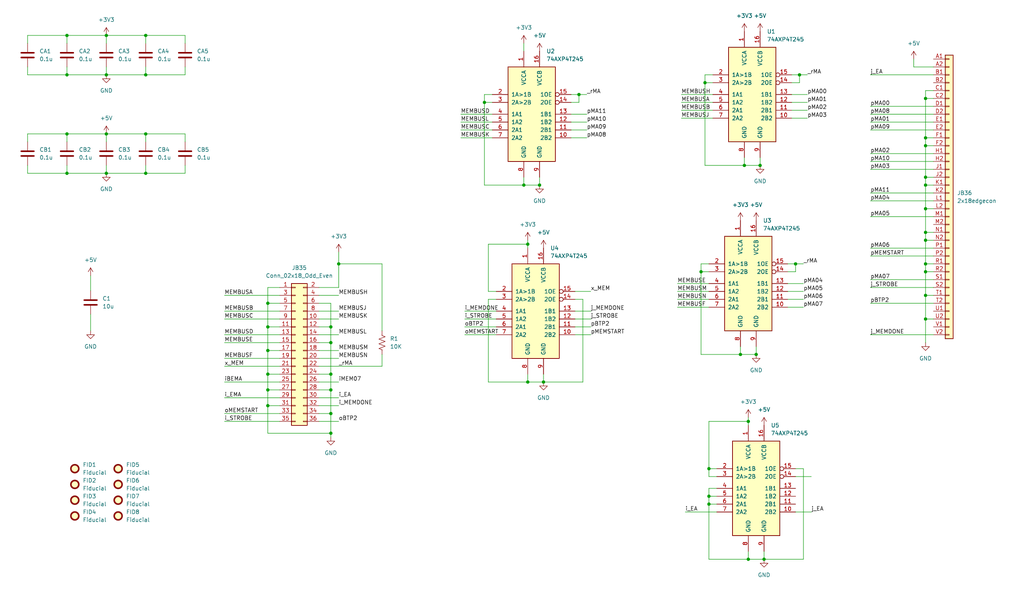
<source format=kicad_sch>
(kicad_sch (version 20230121) (generator eeschema)
  (paper "User" 330.2 190.5)
  (lib_symbols
    (symbol "+5V_1" (power) (pin_names (offset 0))
      (property "Value" "+5V_1" (at 0 3.556 0))
      (symbol "+5V_1_0_1"
        (polyline (pts (xy -0.762 1.27) (xy 0 2.54)))
        (polyline (pts (xy 0 0) (xy 0 2.54)))
        (polyline (pts (xy 0 2.54) (xy 0.762 1.27)))
      )
      (symbol "+5V_1_1_1"
        (pin power_in line (at 0 0 90) (length 0) hide (name "+5V") (number "1"))
      )
    )
    (symbol "+5V_2" (power) (pin_names (offset 0))
      (property "Value" "+5V_2" (at 0 3.556 0))
      (symbol "+5V_2_0_1"
        (polyline (pts (xy -0.762 1.27) (xy 0 2.54)))
        (polyline (pts (xy 0 0) (xy 0 2.54)))
        (polyline (pts (xy 0 2.54) (xy 0.762 1.27)))
      )
      (symbol "+5V_2_1_1"
        (pin power_in line (at 0 0 90) (length 0) hide (name "+5V") (number "1"))
      )
    )
    (symbol "+5V_3" (power) (pin_names (offset 0))
      (property "Value" "+5V_3" (at 0 3.556 0))
      (symbol "+5V_3_0_1"
        (polyline (pts (xy -0.762 1.27) (xy 0 2.54)))
        (polyline (pts (xy 0 0) (xy 0 2.54)))
        (polyline (pts (xy 0 2.54) (xy 0.762 1.27)))
      )
      (symbol "+5V_3_1_1"
        (pin power_in line (at 0 0 90) (length 0) hide (name "+5V") (number "1"))
      )
    )
    (symbol "Connector_Generic:Conn_02x18_Odd_Even" (pin_names (offset 1.016) hide)
      (property "Reference" "J" (at 1.27 22.86 0))
      (property "Value" "Conn_02x18_Odd_Even" (at 1.27 -25.4 0))
      (symbol "Conn_02x18_Odd_Even_1_1"
        (rectangle (start -1.27 -22.733) (end 0 -22.987) (stroke (width 0.1524)))
        (rectangle (start -1.27 -20.193) (end 0 -20.447) (stroke (width 0.1524)))
        (rectangle (start -1.27 -17.653) (end 0 -17.907) (stroke (width 0.1524)))
        (rectangle (start -1.27 -15.113) (end 0 -15.367) (stroke (width 0.1524)))
        (rectangle (start -1.27 -12.573) (end 0 -12.827) (stroke (width 0.1524)))
        (rectangle (start -1.27 -10.033) (end 0 -10.287) (stroke (width 0.1524)))
        (rectangle (start -1.27 -7.493) (end 0 -7.747) (stroke (width 0.1524)))
        (rectangle (start -1.27 -4.953) (end 0 -5.207) (stroke (width 0.1524)))
        (rectangle (start -1.27 -2.413) (end 0 -2.667) (stroke (width 0.1524)))
        (rectangle (start -1.27 0.127) (end 0 -0.127) (stroke (width 0.1524)))
        (rectangle (start -1.27 2.667) (end 0 2.413) (stroke (width 0.1524)))
        (rectangle (start -1.27 5.207) (end 0 4.953) (stroke (width 0.1524)))
        (rectangle (start -1.27 7.747) (end 0 7.493) (stroke (width 0.1524)))
        (rectangle (start -1.27 10.287) (end 0 10.033) (stroke (width 0.1524)))
        (rectangle (start -1.27 12.827) (end 0 12.573) (stroke (width 0.1524)))
        (rectangle (start -1.27 15.367) (end 0 15.113) (stroke (width 0.1524)))
        (rectangle (start -1.27 17.907) (end 0 17.653) (stroke (width 0.1524)))
        (rectangle (start -1.27 20.447) (end 0 20.193) (stroke (width 0.1524)))
        (rectangle (start -1.27 21.59) (end 3.81 -24.13) (stroke (width 0.254)) (fill (type background)))
        (rectangle (start 3.81 -22.733) (end 2.54 -22.987) (stroke (width 0.1524)))
        (rectangle (start 3.81 -20.193) (end 2.54 -20.447) (stroke (width 0.1524)))
        (rectangle (start 3.81 -17.653) (end 2.54 -17.907) (stroke (width 0.1524)))
        (rectangle (start 3.81 -15.113) (end 2.54 -15.367) (stroke (width 0.1524)))
        (rectangle (start 3.81 -12.573) (end 2.54 -12.827) (stroke (width 0.1524)))
        (rectangle (start 3.81 -10.033) (end 2.54 -10.287) (stroke (width 0.1524)))
        (rectangle (start 3.81 -7.493) (end 2.54 -7.747) (stroke (width 0.1524)))
        (rectangle (start 3.81 -4.953) (end 2.54 -5.207) (stroke (width 0.1524)))
        (rectangle (start 3.81 -2.413) (end 2.54 -2.667) (stroke (width 0.1524)))
        (rectangle (start 3.81 0.127) (end 2.54 -0.127) (stroke (width 0.1524)))
        (rectangle (start 3.81 2.667) (end 2.54 2.413) (stroke (width 0.1524)))
        (rectangle (start 3.81 5.207) (end 2.54 4.953) (stroke (width 0.1524)))
        (rectangle (start 3.81 7.747) (end 2.54 7.493) (stroke (width 0.1524)))
        (rectangle (start 3.81 10.287) (end 2.54 10.033) (stroke (width 0.1524)))
        (rectangle (start 3.81 12.827) (end 2.54 12.573) (stroke (width 0.1524)))
        (rectangle (start 3.81 15.367) (end 2.54 15.113) (stroke (width 0.1524)))
        (rectangle (start 3.81 17.907) (end 2.54 17.653) (stroke (width 0.1524)))
        (rectangle (start 3.81 20.447) (end 2.54 20.193) (stroke (width 0.1524)))
        (pin passive line (at -5.08 20.32 0) (length 3.81) (name "Pin_1") (number "1"))
        (pin passive line (at 7.62 10.16 180) (length 3.81) (name "Pin_10") (number "10"))
        (pin passive line (at -5.08 7.62 0) (length 3.81) (name "Pin_11") (number "11"))
        (pin passive line (at 7.62 7.62 180) (length 3.81) (name "Pin_12") (number "12"))
        (pin passive line (at -5.08 5.08 0) (length 3.81) (name "Pin_13") (number "13"))
        (pin passive line (at 7.62 5.08 180) (length 3.81) (name "Pin_14") (number "14"))
        (pin passive line (at -5.08 2.54 0) (length 3.81) (name "Pin_15") (number "15"))
        (pin passive line (at 7.62 2.54 180) (length 3.81) (name "Pin_16") (number "16"))
        (pin passive line (at -5.08 0 0) (length 3.81) (name "Pin_17") (number "17"))
        (pin passive line (at 7.62 0 180) (length 3.81) (name "Pin_18") (number "18"))
        (pin passive line (at -5.08 -2.54 0) (length 3.81) (name "Pin_19") (number "19"))
        (pin passive line (at 7.62 20.32 180) (length 3.81) (name "Pin_2") (number "2"))
        (pin passive line (at 7.62 -2.54 180) (length 3.81) (name "Pin_20") (number "20"))
        (pin passive line (at -5.08 -5.08 0) (length 3.81) (name "Pin_21") (number "21"))
        (pin passive line (at 7.62 -5.08 180) (length 3.81) (name "Pin_22") (number "22"))
        (pin passive line (at -5.08 -7.62 0) (length 3.81) (name "Pin_23") (number "23"))
        (pin passive line (at 7.62 -7.62 180) (length 3.81) (name "Pin_24") (number "24"))
        (pin passive line (at -5.08 -10.16 0) (length 3.81) (name "Pin_25") (number "25"))
        (pin passive line (at 7.62 -10.16 180) (length 3.81) (name "Pin_26") (number "26"))
        (pin passive line (at -5.08 -12.7 0) (length 3.81) (name "Pin_27") (number "27"))
        (pin passive line (at 7.62 -12.7 180) (length 3.81) (name "Pin_28") (number "28"))
        (pin passive line (at -5.08 -15.24 0) (length 3.81) (name "Pin_29") (number "29"))
        (pin passive line (at -5.08 17.78 0) (length 3.81) (name "Pin_3") (number "3"))
        (pin passive line (at 7.62 -15.24 180) (length 3.81) (name "Pin_30") (number "30"))
        (pin passive line (at -5.08 -17.78 0) (length 3.81) (name "Pin_31") (number "31"))
        (pin passive line (at 7.62 -17.78 180) (length 3.81) (name "Pin_32") (number "32"))
        (pin passive line (at -5.08 -20.32 0) (length 3.81) (name "Pin_33") (number "33"))
        (pin passive line (at 7.62 -20.32 180) (length 3.81) (name "Pin_34") (number "34"))
        (pin passive line (at -5.08 -22.86 0) (length 3.81) (name "Pin_35") (number "35"))
        (pin passive line (at 7.62 -22.86 180) (length 3.81) (name "Pin_36") (number "36"))
        (pin passive line (at 7.62 17.78 180) (length 3.81) (name "Pin_4") (number "4"))
        (pin passive line (at -5.08 15.24 0) (length 3.81) (name "Pin_5") (number "5"))
        (pin passive line (at 7.62 15.24 180) (length 3.81) (name "Pin_6") (number "6"))
        (pin passive line (at -5.08 12.7 0) (length 3.81) (name "Pin_7") (number "7"))
        (pin passive line (at 7.62 12.7 180) (length 3.81) (name "Pin_8") (number "8"))
        (pin passive line (at -5.08 10.16 0) (length 3.81) (name "Pin_9") (number "9"))
      )
    )
    (symbol "Device:C" (pin_numbers hide) (pin_names (offset 0.254))
      (property "Reference" "C" (at 0.635 2.54 0))
      (property "Value" "C" (at 0.635 -2.54 0))
      (symbol "C_0_1"
        (polyline (pts (xy -2.032 -0.762) (xy 2.032 -0.762)) (stroke (width 0.508)))
        (polyline (pts (xy -2.032 0.762) (xy 2.032 0.762)) (stroke (width 0.508)))
      )
      (symbol "C_1_1"
        (pin passive line (at 0 3.81 270) (length 2.794) (name "~") (number "1"))
        (pin passive line (at 0 -3.81 90) (length 2.794) (name "~") (number "2"))
      )
    )
    (symbol "Device:R_US" (pin_numbers hide) (pin_names (offset 0))
      (property "Reference" "R" (at 2.54 0 90))
      (property "Value" "R_US" (at -2.54 0 90))
      (symbol "R_US_0_1"
        (polyline (pts (xy 0 -2.286) (xy 0 -2.54)))
        (polyline (pts (xy 0 2.286) (xy 0 2.54)))
        (polyline (pts (xy 0 -0.762) (xy 1.016 -1.143) (xy 0 -1.524) (xy -1.016 -1.905) (xy 0 -2.286)))
        (polyline (pts (xy 0 0.762) (xy 1.016 0.381) (xy 0 0) (xy -1.016 -0.381) (xy 0 -0.762)))
        (polyline (pts (xy 0 2.286) (xy 1.016 1.905) (xy 0 1.524) (xy -1.016 1.143) (xy 0 0.762)))
      )
      (symbol "R_US_1_1"
        (pin passive line (at 0 3.81 270) (length 1.27) (name "~") (number "1"))
        (pin passive line (at 0 -3.81 90) (length 1.27) (name "~") (number "2"))
      )
    )
    (symbol "GND_1" (power) (pin_names (offset 0))
      (property "Value" "GND_1" (at 0 -3.81 0))
      (symbol "GND_1_0_1"
        (polyline (pts (xy 0 0) (xy 0 -1.27) (xy 1.27 -1.27) (xy 0 -2.54) (xy -1.27 -1.27) (xy 0 -1.27)))
      )
      (symbol "GND_1_1_1"
        (pin power_in line (at 0 0 270) (length 0) hide (name "GND") (number "1"))
      )
    )
    (symbol "Mechanical:Fiducial"
      (property "Reference" "FID" (at 0 5.08 0))
      (property "Value" "Fiducial" (at 0 3.175 0))
      (symbol "Fiducial_0_1"
        (circle (center 0 0) (radius 1.27) (stroke (width 0.508)) (fill (type background)))
      )
    )
    (symbol "mylibrary:2x18edgecon" (pin_names (offset 1.016) hide)
      (property "Reference" "J" (at 0 45.72 0))
      (property "Value" "2x18edgecon" (at 0 -48.26 0))
      (symbol "2x18edgecon_1_1"
        (rectangle (start -1.27 -45.593) (end 0 -45.847) (stroke (width 0.1524)))
        (rectangle (start -1.27 -43.053) (end 0 -43.307) (stroke (width 0.1524)))
        (rectangle (start -1.27 -40.513) (end 0 -40.767) (stroke (width 0.1524)))
        (rectangle (start -1.27 -37.973) (end 0 -38.227) (stroke (width 0.1524)))
        (rectangle (start -1.27 -35.433) (end 0 -35.687) (stroke (width 0.1524)))
        (rectangle (start -1.27 -32.893) (end 0 -33.147) (stroke (width 0.1524)))
        (rectangle (start -1.27 -30.353) (end 0 -30.607) (stroke (width 0.1524)))
        (rectangle (start -1.27 -27.813) (end 0 -28.067) (stroke (width 0.1524)))
        (rectangle (start -1.27 -25.273) (end 0 -25.527) (stroke (width 0.1524)))
        (rectangle (start -1.27 -22.733) (end 0 -22.987) (stroke (width 0.1524)))
        (rectangle (start -1.27 -20.193) (end 0 -20.447) (stroke (width 0.1524)))
        (rectangle (start -1.27 -17.653) (end 0 -17.907) (stroke (width 0.1524)))
        (rectangle (start -1.27 -15.113) (end 0 -15.367) (stroke (width 0.1524)))
        (rectangle (start -1.27 -12.573) (end 0 -12.827) (stroke (width 0.1524)))
        (rectangle (start -1.27 -10.033) (end 0 -10.287) (stroke (width 0.1524)))
        (rectangle (start -1.27 -7.493) (end 0 -7.747) (stroke (width 0.1524)))
        (rectangle (start -1.27 -4.953) (end 0 -5.207) (stroke (width 0.1524)))
        (rectangle (start -1.27 -2.413) (end 0 -2.667) (stroke (width 0.1524)))
        (rectangle (start -1.27 0.127) (end 0 -0.127) (stroke (width 0.1524)))
        (rectangle (start -1.27 2.667) (end 0 2.413) (stroke (width 0.1524)))
        (rectangle (start -1.27 5.207) (end 0 4.953) (stroke (width 0.1524)))
        (rectangle (start -1.27 7.747) (end 0 7.493) (stroke (width 0.1524)))
        (rectangle (start -1.27 10.287) (end 0 10.033) (stroke (width 0.1524)))
        (rectangle (start -1.27 12.827) (end 0 12.573) (stroke (width 0.1524)))
        (rectangle (start -1.27 15.367) (end 0 15.113) (stroke (width 0.1524)))
        (rectangle (start -1.27 17.907) (end 0 17.653) (stroke (width 0.1524)))
        (rectangle (start -1.27 20.447) (end 0 20.193) (stroke (width 0.1524)))
        (rectangle (start -1.27 22.987) (end 0 22.733) (stroke (width 0.1524)))
        (rectangle (start -1.27 25.527) (end 0 25.273) (stroke (width 0.1524)))
        (rectangle (start -1.27 28.067) (end 0 27.813) (stroke (width 0.1524)))
        (rectangle (start -1.27 30.607) (end 0 30.353) (stroke (width 0.1524)))
        (rectangle (start -1.27 33.147) (end 0 32.893) (stroke (width 0.1524)))
        (rectangle (start -1.27 35.687) (end 0 35.433) (stroke (width 0.1524)))
        (rectangle (start -1.27 38.227) (end 0 37.973) (stroke (width 0.1524)))
        (rectangle (start -1.27 40.767) (end 0 40.513) (stroke (width 0.1524)))
        (rectangle (start -1.27 43.307) (end 0 43.053) (stroke (width 0.1524)))
        (rectangle (start -1.27 44.45) (end 1.27 -46.99) (stroke (width 0.254)) (fill (type background)))
        (pin passive line (at -5.08 43.18 0) (length 3.81) (name "A1") (number "A1"))
        (pin passive line (at -5.08 40.64 0) (length 3.81) (name "A2") (number "A2"))
        (pin passive line (at -5.08 38.1 0) (length 3.81) (name "B1") (number "B1"))
        (pin passive line (at -5.08 35.56 0) (length 3.81) (name "B2") (number "B2"))
        (pin passive line (at -5.08 33.02 0) (length 3.81) (name "C1") (number "C1"))
        (pin passive line (at -5.08 30.48 0) (length 3.81) (name "C2") (number "C2"))
        (pin passive line (at -5.08 27.94 0) (length 3.81) (name "D1") (number "D1"))
        (pin passive line (at -5.08 25.4 0) (length 3.81) (name "D2") (number "D2"))
        (pin passive line (at -5.08 22.86 0) (length 3.81) (name "E1") (number "E1"))
        (pin passive line (at -5.08 20.32 0) (length 3.81) (name "E2") (number "E2"))
        (pin passive line (at -5.08 17.78 0) (length 3.81) (name "F1") (number "F1"))
        (pin passive line (at -5.08 15.24 0) (length 3.81) (name "F2") (number "F2"))
        (pin passive line (at -5.08 12.7 0) (length 3.81) (name "H1") (number "H1"))
        (pin passive line (at -5.08 10.16 0) (length 3.81) (name "H2") (number "H2"))
        (pin passive line (at -5.08 7.62 0) (length 3.81) (name "J1") (number "J1"))
        (pin passive line (at -5.08 5.08 0) (length 3.81) (name "J2") (number "J2"))
        (pin passive line (at -5.08 2.54 0) (length 3.81) (name "K1") (number "K1"))
        (pin passive line (at -5.08 0 0) (length 3.81) (name "K2") (number "K2"))
        (pin passive line (at -5.08 -2.54 0) (length 3.81) (name "L1") (number "L1"))
        (pin passive line (at -5.08 -5.08 0) (length 3.81) (name "L2") (number "L2"))
        (pin passive line (at -5.08 -7.62 0) (length 3.81) (name "M1") (number "M1"))
        (pin passive line (at -5.08 -10.16 0) (length 3.81) (name "M2") (number "M2"))
        (pin passive line (at -5.08 -12.7 0) (length 3.81) (name "N1") (number "N1"))
        (pin passive line (at -5.08 -15.24 0) (length 3.81) (name "N2") (number "N2"))
        (pin passive line (at -5.08 -17.78 0) (length 3.81) (name "P1") (number "P1"))
        (pin passive line (at -5.08 -20.32 0) (length 3.81) (name "P2") (number "P2"))
        (pin passive line (at -5.08 -22.86 0) (length 3.81) (name "R1") (number "R1"))
        (pin passive line (at -5.08 -25.4 0) (length 3.81) (name "R2") (number "R2"))
        (pin passive line (at -5.08 -27.94 0) (length 3.81) (name "S1") (number "S1"))
        (pin passive line (at -5.08 -30.48 0) (length 3.81) (name "S2") (number "S2"))
        (pin passive line (at -5.08 -33.02 0) (length 3.81) (name "T1") (number "T1"))
        (pin passive line (at -5.08 -35.56 0) (length 3.81) (name "T2") (number "T2"))
        (pin passive line (at -5.08 -38.1 0) (length 3.81) (name "U1") (number "U1"))
        (pin passive line (at -5.08 -40.64 0) (length 3.81) (name "U2") (number "U2"))
        (pin passive line (at -5.08 -43.18 0) (length 3.81) (name "V1") (number "V1"))
        (pin passive line (at -5.08 -45.72 0) (length 3.81) (name "V2") (number "V2"))
      )
    )
    (symbol "mylibrary:74AXP4T245" (pin_names (offset 1.016))
      (property "Reference" "U" (at 5.08 19.05 0))
      (property "Value" "74AXP4T245" (at 10.16 16.51 0))
      (symbol "74AXP4T245_1_0"
        (pin power_in line (at -2.54 20.32 270) (length 5.08) (name "VCCA") (number "1"))
        (pin tri_state line (at 12.7 -7.62 180) (length 5.08) (name "2B2") (number "10"))
        (pin tri_state line (at 12.7 -5.08 180) (length 5.08) (name "2B1") (number "11"))
        (pin tri_state line (at 12.7 -2.54 180) (length 5.08) (name "1B2") (number "12"))
        (pin tri_state line (at 12.7 0 180) (length 5.08) (name "1B1") (number "13"))
        (pin input inverted (at 12.7 3.81 180) (length 5.08) (name "2OE") (number "14"))
        (pin input inverted (at 12.7 6.35 180) (length 5.08) (name "1OE") (number "15"))
        (pin power_in line (at 2.54 20.32 270) (length 5.08) (name "VCCB") (number "16"))
        (pin input line (at -12.7 6.35 0) (length 5.08) (name "1A>1B") (number "2"))
        (pin input line (at -12.7 3.81 0) (length 5.08) (name "2A>2B") (number "3"))
        (pin tri_state line (at -12.7 0 0) (length 5.08) (name "1A1") (number "4"))
        (pin tri_state line (at -12.7 -2.54 0) (length 5.08) (name "1A2") (number "5"))
        (pin tri_state line (at -12.7 -5.08 0) (length 5.08) (name "2A1") (number "6"))
        (pin tri_state line (at -12.7 -7.62 0) (length 5.08) (name "2A2") (number "7"))
        (pin power_in line (at -2.54 -20.32 90) (length 5.08) (name "GND") (number "8"))
        (pin power_in line (at 2.54 -20.32 90) (length 5.08) (name "GND") (number "9"))
      )
      (symbol "74AXP4T245_1_1"
        (rectangle (start -7.62 15.24) (end 7.62 -15.24) (stroke (width 0.254)) (fill (type background)))
      )
    )
    (symbol "power:+3V3" (power) (pin_names (offset 0))
      (property "Value" "+3V3" (at 0 3.556 0))
      (symbol "+3V3_0_1"
        (polyline (pts (xy -0.762 1.27) (xy 0 2.54)))
        (polyline (pts (xy 0 0) (xy 0 2.54)))
        (polyline (pts (xy 0 2.54) (xy 0.762 1.27)))
      )
      (symbol "+3V3_1_1"
        (pin power_in line (at 0 0 90) (length 0) hide (name "+3V3") (number "1"))
      )
    )
    (symbol "power:+5V" (power) (pin_names (offset 0))
      (property "Value" "+5V" (at 0 3.556 0))
      (symbol "+5V_0_1"
        (polyline (pts (xy -0.762 1.27) (xy 0 2.54)))
        (polyline (pts (xy 0 0) (xy 0 2.54)))
        (polyline (pts (xy 0 2.54) (xy 0.762 1.27)))
      )
      (symbol "+5V_1_1"
        (pin power_in line (at 0 0 90) (length 0) hide (name "+5V") (number "1"))
      )
    )
    (symbol "power:GND" (power) (pin_names (offset 0))
      (property "Value" "GND" (at 0 -3.81 0))
      (symbol "GND_0_1"
        (polyline (pts (xy 0 0) (xy 0 -1.27) (xy 1.27 -1.27) (xy 0 -2.54) (xy -1.27 -1.27) (xy 0 -1.27)))
      )
      (symbol "GND_1_1"
        (pin power_in line (at 0 0 270) (length 0) hide (name "GND") (number "1"))
      )
    )
  )
  (junction (at 34.29 24.13))
  (junction (at 109.22 85.09))
  (junction (at 298.45 102.87))
  (junction (at 168.91 59.69))
  (junction (at 86.36 125.73))
  (junction (at 298.45 77.47))
  (junction (at 298.45 67.31))
  (junction (at 21.59 24.13))
  (junction (at 298.45 46.99))
  (junction (at 86.36 97.79))
  (junction (at 240.03 53.34))
  (junction (at 298.45 31.75))
  (junction (at 106.68 110.49))
  (junction (at 256.54 85.09))
  (junction (at 46.99 24.13))
  (junction (at 156.21 33.02))
  (junction (at 238.76 114.3))
  (junction (at 228.6 151.13))
  (junction (at 245.11 53.34))
  (junction (at 21.59 43.18))
  (junction (at 106.68 125.73))
  (junction (at 106.68 133.35))
  (junction (at 298.45 87.63))
  (junction (at 21.59 55.88))
  (junction (at 106.68 120.65))
  (junction (at 46.99 11.43))
  (junction (at 46.99 43.18))
  (junction (at 257.81 24.13))
  (junction (at 34.29 43.18))
  (junction (at 298.45 74.93))
  (junction (at 106.68 105.41))
  (junction (at 228.6 162.56))
  (junction (at 86.36 113.03))
  (junction (at 186.69 30.48))
  (junction (at 175.26 123.19))
  (junction (at 86.36 130.81))
  (junction (at 241.3 135.89))
  (junction (at 170.18 78.74))
  (junction (at 298.45 44.45))
  (junction (at 298.45 59.69))
  (junction (at 227.33 26.67))
  (junction (at 173.99 59.69))
  (junction (at 298.45 57.15))
  (junction (at 34.29 11.43))
  (junction (at 246.38 180.34))
  (junction (at 86.36 105.41))
  (junction (at 226.06 87.63))
  (junction (at 170.18 123.19))
  (junction (at 34.29 55.88))
  (junction (at 21.59 11.43))
  (junction (at 86.36 120.65))
  (junction (at 46.99 55.88))
  (junction (at 243.84 114.3))
  (junction (at 241.3 180.34))
  (junction (at 298.45 85.09))
  (junction (at 106.68 139.7))
  (junction (at 228.6 160.02))
  (junction (at 298.45 95.25))
  (wire (pts (xy 8.89 21.59) (xy 8.89 24.13)))
  (wire (pts (xy 298.45 77.47) (xy 300.99 77.47)))
  (wire (pts (xy 256.54 153.67) (xy 261.62 153.67)))
  (wire (pts (xy 168.91 13.97) (xy 168.91 16.51)))
  (wire (pts (xy 160.02 93.98) (xy 157.48 93.98)))
  (wire (pts (xy 102.87 107.95) (xy 109.22 107.95)))
  (wire (pts (xy 21.59 43.18) (xy 8.89 43.18)))
  (wire (pts (xy 72.39 95.25) (xy 90.17 95.25)))
  (wire (pts (xy 243.84 114.3) (xy 238.76 114.3)))
  (wire (pts (xy 256.54 165.1) (xy 261.62 165.1)))
  (wire (pts (xy 298.45 31.75) (xy 298.45 29.21)))
  (wire (pts (xy 255.27 35.56) (xy 260.35 35.56)))
  (wire (pts (xy 29.21 88.9) (xy 29.21 93.726)))
  (wire (pts (xy 298.45 110.49) (xy 298.45 102.87)))
  (wire (pts (xy 46.99 11.43) (xy 34.29 11.43)))
  (wire (pts (xy 149.86 105.41) (xy 160.02 105.41)))
  (wire (pts (xy 219.71 33.02) (xy 229.87 33.02)))
  (wire (pts (xy 72.39 107.95) (xy 90.17 107.95)))
  (wire (pts (xy 298.45 31.75) (xy 300.99 31.75)))
  (wire (pts (xy 228.6 160.02) (xy 228.6 162.56)))
  (wire (pts (xy 259.08 151.13) (xy 259.08 180.34)))
  (wire (pts (xy 185.42 93.98) (xy 190.5 93.98)))
  (wire (pts (xy 156.21 33.02) (xy 158.75 33.02)))
  (wire (pts (xy 86.36 113.03) (xy 86.36 120.65)))
  (wire (pts (xy 226.06 87.63) (xy 226.06 114.3)))
  (wire (pts (xy 72.39 135.89) (xy 90.17 135.89)))
  (wire (pts (xy 255.27 33.02) (xy 260.35 33.02)))
  (wire (pts (xy 46.99 11.43) (xy 46.99 13.97)))
  (wire (pts (xy 298.45 74.93) (xy 298.45 67.31)))
  (wire (pts (xy 123.19 106.68) (xy 123.19 85.09)))
  (wire (pts (xy 149.86 107.95) (xy 160.02 107.95)))
  (wire (pts (xy 228.6 85.09) (xy 226.06 85.09)))
  (wire (pts (xy 280.67 52.07) (xy 300.99 52.07)))
  (wire (pts (xy 259.08 180.34) (xy 246.38 180.34)))
  (wire (pts (xy 298.45 57.15) (xy 300.99 57.15)))
  (wire (pts (xy 241.3 180.34) (xy 241.3 177.8)))
  (wire (pts (xy 257.81 26.67) (xy 257.81 24.13)))
  (wire (pts (xy 231.14 157.48) (xy 228.6 157.48)))
  (wire (pts (xy 246.38 177.8) (xy 246.38 180.34)))
  (wire (pts (xy 86.36 92.71) (xy 86.36 97.79)))
  (wire (pts (xy 298.45 102.87) (xy 298.45 95.25)))
  (wire (pts (xy 185.42 100.33) (xy 190.5 100.33)))
  (wire (pts (xy 102.87 125.73) (xy 106.68 125.73)))
  (wire (pts (xy 72.39 128.27) (xy 90.17 128.27)))
  (wire (pts (xy 21.59 53.34) (xy 21.59 55.88)))
  (wire (pts (xy 170.18 77.47) (xy 170.18 78.74)))
  (wire (pts (xy 106.68 110.49) (xy 106.68 120.65)))
  (wire (pts (xy 102.87 118.11) (xy 123.19 118.11)))
  (wire (pts (xy 280.67 97.79) (xy 300.99 97.79)))
  (wire (pts (xy 280.67 82.55) (xy 300.99 82.55)))
  (wire (pts (xy 257.81 24.13) (xy 260.35 24.13)))
  (wire (pts (xy 106.68 139.7) (xy 106.68 140.97)))
  (wire (pts (xy 109.22 85.09) (xy 109.22 92.71)))
  (wire (pts (xy 280.67 39.37) (xy 300.99 39.37)))
  (wire (pts (xy 186.69 30.48) (xy 189.23 30.48)))
  (wire (pts (xy 246.38 180.34) (xy 241.3 180.34)))
  (wire (pts (xy 229.87 24.13) (xy 227.33 24.13)))
  (wire (pts (xy 218.44 96.52) (xy 228.6 96.52)))
  (wire (pts (xy 102.87 110.49) (xy 106.68 110.49)))
  (wire (pts (xy 8.89 24.13) (xy 21.59 24.13)))
  (wire (pts (xy 220.98 165.1) (xy 231.14 165.1)))
  (wire (pts (xy 298.45 29.21) (xy 300.99 29.21)))
  (wire (pts (xy 298.45 67.31) (xy 300.99 67.31)))
  (wire (pts (xy 148.59 41.91) (xy 158.75 41.91)))
  (wire (pts (xy 226.06 114.3) (xy 238.76 114.3)))
  (wire (pts (xy 280.67 54.61) (xy 300.99 54.61)))
  (wire (pts (xy 21.59 21.59) (xy 21.59 24.13)))
  (wire (pts (xy 72.39 102.87) (xy 90.17 102.87)))
  (wire (pts (xy 184.15 39.37) (xy 189.23 39.37)))
  (wire (pts (xy 102.87 128.27) (xy 109.22 128.27)))
  (wire (pts (xy 226.06 85.09) (xy 226.06 87.63)))
  (wire (pts (xy 29.21 101.346) (xy 29.21 106.68)))
  (wire (pts (xy 123.19 118.11) (xy 123.19 114.3)))
  (wire (pts (xy 157.48 78.74) (xy 170.18 78.74)))
  (wire (pts (xy 21.59 24.13) (xy 34.29 24.13)))
  (wire (pts (xy 280.67 92.71) (xy 300.99 92.71)))
  (wire (pts (xy 298.45 44.45) (xy 300.99 44.45)))
  (wire (pts (xy 227.33 53.34) (xy 240.03 53.34)))
  (wire (pts (xy 156.21 59.69) (xy 168.91 59.69)))
  (wire (pts (xy 219.71 35.56) (xy 229.87 35.56)))
  (wire (pts (xy 106.68 97.79) (xy 106.68 105.41)))
  (wire (pts (xy 86.36 105.41) (xy 86.36 113.03)))
  (wire (pts (xy 298.45 57.15) (xy 298.45 46.99)))
  (wire (pts (xy 86.36 139.7) (xy 106.68 139.7)))
  (wire (pts (xy 59.69 21.59) (xy 59.69 24.13)))
  (wire (pts (xy 102.87 130.81) (xy 109.22 130.81)))
  (wire (pts (xy 186.69 33.02) (xy 186.69 30.48)))
  (wire (pts (xy 185.42 107.95) (xy 190.5 107.95)))
  (wire (pts (xy 157.48 96.52) (xy 157.48 123.19)))
  (wire (pts (xy 241.3 135.89) (xy 241.3 137.16)))
  (wire (pts (xy 280.67 62.23) (xy 300.99 62.23)))
  (wire (pts (xy 86.36 130.81) (xy 86.36 139.7)))
  (wire (pts (xy 8.89 55.88) (xy 21.59 55.88)))
  (wire (pts (xy 59.69 11.43) (xy 46.99 11.43)))
  (wire (pts (xy 280.67 80.01) (xy 300.99 80.01)))
  (wire (pts (xy 86.36 97.79) (xy 90.17 97.79)))
  (wire (pts (xy 175.26 120.65) (xy 175.26 123.19)))
  (wire (pts (xy 298.45 102.87) (xy 300.99 102.87)))
  (wire (pts (xy 106.68 125.73) (xy 106.68 133.35)))
  (wire (pts (xy 298.45 46.99) (xy 298.45 44.45)))
  (wire (pts (xy 156.21 33.02) (xy 156.21 59.69)))
  (wire (pts (xy 298.45 77.47) (xy 298.45 74.93)))
  (wire (pts (xy 219.71 30.48) (xy 229.87 30.48)))
  (wire (pts (xy 86.36 120.65) (xy 86.36 125.73)))
  (wire (pts (xy 245.11 50.8) (xy 245.11 53.34)))
  (wire (pts (xy 21.59 11.43) (xy 21.59 13.97)))
  (wire (pts (xy 243.84 111.76) (xy 243.84 114.3)))
  (wire (pts (xy 34.29 11.43) (xy 34.29 13.97)))
  (wire (pts (xy 254 99.06) (xy 259.08 99.06)))
  (wire (pts (xy 231.14 151.13) (xy 228.6 151.13)))
  (wire (pts (xy 46.99 21.59) (xy 46.99 24.13)))
  (wire (pts (xy 228.6 153.67) (xy 228.6 151.13)))
  (wire (pts (xy 59.69 11.43) (xy 59.69 13.97)))
  (wire (pts (xy 59.69 24.13) (xy 46.99 24.13)))
  (wire (pts (xy 228.6 162.56) (xy 231.14 162.56)))
  (wire (pts (xy 173.99 57.15) (xy 173.99 59.69)))
  (wire (pts (xy 218.44 93.98) (xy 228.6 93.98)))
  (wire (pts (xy 168.91 59.69) (xy 168.91 57.15)))
  (wire (pts (xy 227.33 26.67) (xy 227.33 53.34)))
  (wire (pts (xy 86.36 105.41) (xy 90.17 105.41)))
  (wire (pts (xy 298.45 87.63) (xy 300.99 87.63)))
  (wire (pts (xy 148.59 36.83) (xy 158.75 36.83)))
  (wire (pts (xy 298.45 46.99) (xy 300.99 46.99)))
  (wire (pts (xy 102.87 102.87) (xy 109.22 102.87)))
  (wire (pts (xy 254 93.98) (xy 259.08 93.98)))
  (wire (pts (xy 8.89 53.34) (xy 8.89 55.88)))
  (wire (pts (xy 21.59 55.88) (xy 34.29 55.88)))
  (wire (pts (xy 34.29 21.59) (xy 34.29 24.13)))
  (wire (pts (xy 218.44 99.06) (xy 228.6 99.06)))
  (wire (pts (xy 102.87 100.33) (xy 109.22 100.33)))
  (wire (pts (xy 46.99 43.18) (xy 46.99 45.72)))
  (wire (pts (xy 245.11 53.34) (xy 240.03 53.34)))
  (wire (pts (xy 255.27 24.13) (xy 257.81 24.13)))
  (wire (pts (xy 227.33 26.67) (xy 229.87 26.67)))
  (wire (pts (xy 185.42 105.41) (xy 190.5 105.41)))
  (wire (pts (xy 227.33 24.13) (xy 227.33 26.67)))
  (wire (pts (xy 187.96 96.52) (xy 187.96 123.19)))
  (wire (pts (xy 149.86 100.33) (xy 160.02 100.33)))
  (wire (pts (xy 187.96 123.19) (xy 175.26 123.19)))
  (wire (pts (xy 34.29 43.18) (xy 34.29 45.72)))
  (wire (pts (xy 86.36 130.81) (xy 90.17 130.81)))
  (wire (pts (xy 280.67 107.95) (xy 300.99 107.95)))
  (wire (pts (xy 21.59 43.18) (xy 21.59 45.72)))
  (wire (pts (xy 123.19 85.09) (xy 109.22 85.09)))
  (wire (pts (xy 109.22 92.71) (xy 102.87 92.71)))
  (wire (pts (xy 148.59 39.37) (xy 158.75 39.37)))
  (wire (pts (xy 298.45 59.69) (xy 298.45 57.15)))
  (wire (pts (xy 59.69 43.18) (xy 46.99 43.18)))
  (wire (pts (xy 280.67 64.77) (xy 300.99 64.77)))
  (wire (pts (xy 106.68 105.41) (xy 106.68 110.49)))
  (wire (pts (xy 102.87 135.89) (xy 109.22 135.89)))
  (wire (pts (xy 255.27 38.1) (xy 260.35 38.1)))
  (wire (pts (xy 254 96.52) (xy 259.08 96.52)))
  (wire (pts (xy 186.69 30.48) (xy 184.15 30.48)))
  (wire (pts (xy 158.75 30.48) (xy 156.21 30.48)))
  (wire (pts (xy 255.27 26.67) (xy 257.81 26.67)))
  (wire (pts (xy 106.68 133.35) (xy 106.68 139.7)))
  (wire (pts (xy 102.87 105.41) (xy 106.68 105.41)))
  (wire (pts (xy 298.45 74.93) (xy 300.99 74.93)))
  (wire (pts (xy 102.87 95.25) (xy 109.22 95.25)))
  (wire (pts (xy 148.59 44.45) (xy 158.75 44.45)))
  (wire (pts (xy 170.18 123.19) (xy 170.18 120.65)))
  (wire (pts (xy 280.67 24.13) (xy 300.99 24.13)))
  (wire (pts (xy 254 91.44) (xy 259.08 91.44)))
  (wire (pts (xy 157.48 93.98) (xy 157.48 78.74)))
  (wire (pts (xy 300.99 21.59) (xy 294.64 21.59)))
  (wire (pts (xy 149.86 102.87) (xy 160.02 102.87)))
  (wire (pts (xy 228.6 180.34) (xy 241.3 180.34)))
  (wire (pts (xy 298.45 85.09) (xy 300.99 85.09)))
  (wire (pts (xy 102.87 120.65) (xy 106.68 120.65)))
  (wire (pts (xy 294.64 21.59) (xy 294.64 19.05)))
  (wire (pts (xy 102.87 115.57) (xy 109.22 115.57)))
  (wire (pts (xy 184.15 44.45) (xy 189.23 44.45)))
  (wire (pts (xy 185.42 102.87) (xy 190.5 102.87)))
  (wire (pts (xy 72.39 133.35) (xy 90.17 133.35)))
  (wire (pts (xy 102.87 97.79) (xy 106.68 97.79)))
  (wire (pts (xy 86.36 120.65) (xy 90.17 120.65)))
  (wire (pts (xy 59.69 53.34) (xy 59.69 55.88)))
  (wire (pts (xy 157.48 123.19) (xy 170.18 123.19)))
  (wire (pts (xy 46.99 53.34) (xy 46.99 55.88)))
  (wire (pts (xy 46.99 55.88) (xy 59.69 55.88)))
  (wire (pts (xy 238.76 114.3) (xy 238.76 111.76)))
  (wire (pts (xy 280.67 49.53) (xy 300.99 49.53)))
  (wire (pts (xy 280.67 69.85) (xy 300.99 69.85)))
  (wire (pts (xy 254 87.63) (xy 256.54 87.63)))
  (wire (pts (xy 298.45 95.25) (xy 300.99 95.25)))
  (wire (pts (xy 34.29 53.34) (xy 34.29 55.88)))
  (wire (pts (xy 34.29 43.18) (xy 21.59 43.18)))
  (wire (pts (xy 298.45 85.09) (xy 298.45 77.47)))
  (wire (pts (xy 298.45 59.69) (xy 300.99 59.69)))
  (wire (pts (xy 241.3 134.62) (xy 241.3 135.89)))
  (wire (pts (xy 228.6 135.89) (xy 241.3 135.89)))
  (wire (pts (xy 254 85.09) (xy 256.54 85.09)))
  (wire (pts (xy 256.54 151.13) (xy 259.08 151.13)))
  (wire (pts (xy 228.6 162.56) (xy 228.6 180.34)))
  (wire (pts (xy 280.67 41.91) (xy 300.99 41.91)))
  (wire (pts (xy 298.45 95.25) (xy 298.45 87.63)))
  (wire (pts (xy 240.03 53.34) (xy 240.03 50.8)))
  (wire (pts (xy 8.89 11.43) (xy 8.89 13.97)))
  (wire (pts (xy 46.99 43.18) (xy 34.29 43.18)))
  (wire (pts (xy 157.48 96.52) (xy 160.02 96.52)))
  (wire (pts (xy 72.39 118.11) (xy 90.17 118.11)))
  (wire (pts (xy 21.59 11.43) (xy 8.89 11.43)))
  (wire (pts (xy 34.29 11.43) (xy 21.59 11.43)))
  (wire (pts (xy 231.14 153.67) (xy 228.6 153.67)))
  (wire (pts (xy 280.67 90.17) (xy 300.99 90.17)))
  (wire (pts (xy 298.45 44.45) (xy 298.45 31.75)))
  (wire (pts (xy 72.39 110.49) (xy 90.17 110.49)))
  (wire (pts (xy 86.36 125.73) (xy 86.36 130.81)))
  (wire (pts (xy 219.71 38.1) (xy 229.87 38.1)))
  (wire (pts (xy 156.21 30.48) (xy 156.21 33.02)))
  (wire (pts (xy 280.67 36.83) (xy 300.99 36.83)))
  (wire (pts (xy 218.44 91.44) (xy 228.6 91.44)))
  (wire (pts (xy 102.87 113.03) (xy 109.22 113.03)))
  (wire (pts (xy 86.36 125.73) (xy 90.17 125.73)))
  (wire (pts (xy 59.69 43.18) (xy 59.69 45.72)))
  (wire (pts (xy 184.15 33.02) (xy 186.69 33.02)))
  (wire (pts (xy 298.45 67.31) (xy 298.45 59.69)))
  (wire (pts (xy 231.14 160.02) (xy 228.6 160.02)))
  (wire (pts (xy 228.6 157.48) (xy 228.6 160.02)))
  (wire (pts (xy 34.29 24.13) (xy 46.99 24.13)))
  (wire (pts (xy 72.39 115.57) (xy 90.17 115.57)))
  (wire (pts (xy 72.39 100.33) (xy 90.17 100.33)))
  (wire (pts (xy 228.6 151.13) (xy 228.6 135.89)))
  (wire (pts (xy 184.15 41.91) (xy 189.23 41.91)))
  (wire (pts (xy 86.36 97.79) (xy 86.36 105.41)))
  (wire (pts (xy 8.89 43.18) (xy 8.89 45.72)))
  (wire (pts (xy 102.87 123.19) (xy 109.22 123.19)))
  (wire (pts (xy 86.36 113.03) (xy 90.17 113.03)))
  (wire (pts (xy 173.99 59.69) (xy 168.91 59.69)))
  (wire (pts (xy 170.18 78.74) (xy 170.18 80.01)))
  (wire (pts (xy 90.17 92.71) (xy 86.36 92.71)))
  (wire (pts (xy 34.29 55.88) (xy 46.99 55.88)))
  (wire (pts (xy 256.54 85.09) (xy 259.08 85.09)))
  (wire (pts (xy 298.45 87.63) (xy 298.45 85.09)))
  (wire (pts (xy 280.67 34.29) (xy 300.99 34.29)))
  (wire (pts (xy 184.15 36.83) (xy 189.23 36.83)))
  (wire (pts (xy 185.42 96.52) (xy 187.96 96.52)))
  (wire (pts (xy 256.54 85.09) (xy 256.54 87.63)))
  (wire (pts (xy 106.68 120.65) (xy 106.68 125.73)))
  (wire (pts (xy 226.06 87.63) (xy 228.6 87.63)))
  (wire (pts (xy 102.87 133.35) (xy 106.68 133.35)))
  (wire (pts (xy 72.39 123.19) (xy 90.17 123.19)))
  (wire (pts (xy 255.27 30.48) (xy 260.35 30.48)))
  (wire (pts (xy 175.26 123.19) (xy 170.18 123.19)))
  (wire (pts (xy 109.22 81.28) (xy 109.22 85.09)))
  (label "pMA00" (at 260.35 30.48 0))
  (label "pMA09" (at 280.67 41.91 0))
  (label "MEMBUSD" (at 148.59 36.83 0))
  (label "i_MEMDONE" (at 149.86 100.33 0))
  (label "j_STROBE" (at 280.67 92.71 0))
  (label "j_EA" (at 280.67 24.13 0))
  (label "i_EA" (at 220.98 165.1 0))
  (label "i_EA" (at 109.22 128.27 0))
  (label "pMA11" (at 280.67 62.23 0))
  (label "pMA10" (at 280.67 52.07 0))
  (label "j_MEMDONE" (at 190.5 100.33 0))
  (label "pMA06" (at 259.08 96.52 0))
  (label "_rMA" (at 259.08 85.09 0))
  (label "pMA01" (at 260.35 33.02 0))
  (label "j_MEMDONE" (at 280.67 107.95 0))
  (label "i_MEMDONE" (at 109.22 130.81 0))
  (label "i_STROBE" (at 149.86 102.87 0))
  (label "_rMA" (at 189.23 30.48 0))
  (label "pMEMSTART" (at 280.67 82.55 0))
  (label "pMA05" (at 259.08 93.98 0))
  (label "pBTP2" (at 280.67 97.79 0))
  (label "pMA07" (at 259.08 99.06 0))
  (label "pMEMSTART" (at 190.5 107.95 0))
  (label "MEMBUSE" (at 72.39 110.49 0))
  (label "MEMBUSJ" (at 219.71 38.1 0))
  (label "MEMBUSF" (at 72.39 115.57 0))
  (label "pMA06" (at 280.67 80.01 0))
  (label "MEMBUSF" (at 218.44 99.06 0))
  (label "MEMBUSJ" (at 109.22 100.33 0))
  (label "MEMBUSL" (at 148.59 39.37 0))
  (label "MEMBUSC" (at 148.59 41.91 0))
  (label "pMA10" (at 189.23 39.37 0))
  (label "pMA08" (at 280.67 36.83 0))
  (label "pMA03" (at 260.35 38.1 0))
  (label "pMA07" (at 280.67 90.17 0))
  (label "MEMBUSB" (at 219.71 35.56 0))
  (label "pMA02" (at 280.67 49.53 0))
  (label "pMA08" (at 189.23 44.45 0))
  (label "MEMBUSN" (at 218.44 96.52 0))
  (label "pMA04" (at 259.08 91.44 0))
  (label "MEMBUSA" (at 72.39 95.25 0))
  (label "MEMBUSH" (at 219.71 30.48 0))
  (label "MEMBUSD" (at 72.39 107.95 0))
  (label "MEMBUSN" (at 109.22 115.57 0))
  (label "oMEMSTART" (at 72.39 133.35 0))
  (label "oBTP2" (at 109.22 135.89 0))
  (label "MEMBUSA" (at 219.71 33.02 0))
  (label "MEMBUSK" (at 109.22 102.87 0))
  (label "iMEM07" (at 109.22 123.19 0))
  (label "pMA09" (at 189.23 41.91 0))
  (label "j_STROBE" (at 190.5 102.87 0))
  (label "i_STROBE" (at 72.39 135.89 0))
  (label "j_EA" (at 261.62 165.1 0))
  (label "pMA11" (at 189.23 36.83 0))
  (label "MEMBUSM" (at 218.44 93.98 0))
  (label "MEMBUSB" (at 72.39 100.33 0))
  (label "x_MEM" (at 190.5 93.98 0))
  (label "MEMBUSC" (at 72.39 102.87 0))
  (label "pMA00" (at 280.67 34.29 0))
  (label "pMA05" (at 280.67 69.85 0))
  (label "pMA03" (at 280.67 54.61 0))
  (label "pMA02" (at 260.35 35.56 0))
  (label "i_EMA" (at 72.39 128.27 0))
  (label "oMEMSTART" (at 149.86 107.95 0))
  (label "_rMA" (at 109.22 118.11 0))
  (label "_rMA" (at 260.35 24.13 0))
  (label "MEMBUSM" (at 109.22 113.03 0))
  (label "MEMBUSH" (at 109.22 95.25 0))
  (label "MEMBUSL" (at 109.22 107.95 0))
  (label "x_MEM" (at 72.39 118.11 0))
  (label "oBTP2" (at 149.86 105.41 0))
  (label "pBTP2" (at 190.5 105.41 0))
  (label "MEMBUSK" (at 148.59 44.45 0))
  (label "iBEMA" (at 72.39 123.19 0))
  (label "pMA04" (at 280.67 64.77 0))
  (label "pMA01" (at 280.67 39.37 0))
  (label "MEMBUSE" (at 218.44 91.44 0))
  (symbol (lib_name "+5V_3") (lib_id "power:+5V") (at 29.21 88.9 0) (unit 1)
    (property "Reference" "#PWR011" (effects hide))
    (property "Value" "+5V" (at 29.21 83.82 0))
  )
  (symbol (lib_id "Device:C") (at 59.69 17.78 0) (unit 1)
    (property "Reference" "CA5" (at 63.5 16.51 0) (effects (justify left)))
    (property "Value" "0.1u" (at 63.5 19.05 0) (effects (justify left)))
    (property "Footprint" "Capacitor_SMD:C_0201_0603Metric" (effects hide))
  )
  (symbol (lib_name "GND_1") (lib_id "power:GND") (at 34.29 24.13 0) (unit 1)
    (property "Reference" "#PWR060" (effects hide))
    (property "Value" "GND" (at 34.29 29.21 0))
  )
  (symbol (lib_id "mylibrary:74AXP4T245") (at 243.84 157.48 0) (unit 1)
    (property "Reference" "U5" (at 248.5741 137.16 0) (effects (justify left)))
    (property "Value" "74AXP4T245" (at 248.5741 139.7 0) (effects (justify left)))
    (property "Footprint" "Package_SO:TSSOP-16_4.4x5mm_P0.65mm" (effects hide))
  )
  (symbol (lib_id "mylibrary:74AXP4T245") (at 171.45 36.83 0) (unit 1)
    (property "Reference" "U2" (at 176.1841 16.51 0) (effects (justify left)))
    (property "Value" "74AXP4T245" (at 176.1841 19.05 0) (effects (justify left)))
    (property "Footprint" "Package_SO:TSSOP-16_4.4x5mm_P0.65mm" (effects hide))
  )
  (symbol (lib_id "Device:C") (at 29.21 97.536 0) (unit 1)
    (property "Reference" "C1" (at 33.02 96.266 0) (effects (justify left)))
    (property "Value" "10u" (at 33.02 98.806 0) (effects (justify left)))
    (property "Footprint" "Capacitor_SMD:C_1206_3216Metric" (effects hide))
    (property "Datasheet" "4713-GMT31X5R106K50NT2TR-ND" (effects hide))
  )
  (symbol (lib_id "Device:C") (at 34.29 17.78 0) (unit 1)
    (property "Reference" "CA3" (at 38.1 16.51 0) (effects (justify left)))
    (property "Value" "0.1u" (at 38.1 19.05 0) (effects (justify left)))
    (property "Footprint" "Capacitor_SMD:C_0201_0603Metric" (effects hide))
  )
  (symbol (lib_id "Device:C") (at 46.99 17.78 0) (unit 1)
    (property "Reference" "CA4" (at 50.8 16.51 0) (effects (justify left)))
    (property "Value" "0.1u" (at 50.8 19.05 0) (effects (justify left)))
    (property "Footprint" "Capacitor_SMD:C_0201_0603Metric" (effects hide))
  )
  (symbol (lib_id "power:+3V3") (at 109.22 81.28 0) (unit 1)
    (property "Reference" "#PWR08" (effects hide))
    (property "Value" "+3V3" (at 109.22 76.2 0))
  )
  (symbol (lib_id "power:GND") (at 175.26 123.19 0) (unit 1)
    (property "Reference" "#PWR010" (effects hide))
    (property "Value" "GND" (at 175.26 128.27 0))
  )
  (symbol (lib_id "power:+3V3") (at 170.18 77.47 0) (unit 1)
    (property "Reference" "#PWR04" (effects hide))
    (property "Value" "+3V3" (at 170.18 72.39 0))
  )
  (symbol (lib_id "Device:R_US") (at 123.19 110.49 0) (unit 1)
    (property "Reference" "R1" (at 125.73 109.22 0) (effects (justify left)))
    (property "Value" "10K" (at 125.73 111.76 0) (effects (justify left)))
    (property "Footprint" "Resistor_SMD:R_0201_0603Metric" (effects hide))
  )
  (symbol (lib_name "+5V_1") (lib_id "power:+5V") (at 245.11 10.16 0) (unit 1)
    (property "Reference" "#PWR031" (effects hide))
    (property "Value" "+5V" (at 245.11 5.08 0))
  )
  (symbol (lib_id "power:GND") (at 106.68 140.97 0) (unit 1)
    (property "Reference" "#PWR03" (effects hide))
    (property "Value" "GND" (at 106.68 146.05 0))
  )
  (symbol (lib_id "mylibrary:74AXP4T245") (at 241.3 91.44 0) (unit 1)
    (property "Reference" "U3" (at 246.0341 71.12 0) (effects (justify left)))
    (property "Value" "74AXP4T245" (at 246.0341 73.66 0) (effects (justify left)))
    (property "Footprint" "Package_SO:TSSOP-16_4.4x5mm_P0.65mm" (effects hide))
  )
  (symbol (lib_id "power:GND") (at 245.11 53.34 0) (unit 1)
    (property "Reference" "#PWR023" (effects hide))
    (property "Value" "GND" (at 245.11 58.42 0))
  )
  (symbol (lib_id "mylibrary:74AXP4T245") (at 242.57 30.48 0) (unit 1)
    (property "Reference" "U1" (at 247.3041 10.16 0) (effects (justify left)))
    (property "Value" "74AXP4T245" (at 247.3041 12.7 0) (effects (justify left)))
    (property "Footprint" "Package_SO:TSSOP-16_4.4x5mm_P0.65mm" (effects hide))
  )
  (symbol (lib_id "Device:C") (at 59.69 49.53 0) (unit 1)
    (property "Reference" "CB5" (at 63.5 48.26 0) (effects (justify left)))
    (property "Value" "0.1u" (at 63.5 50.8 0) (effects (justify left)))
    (property "Footprint" "Capacitor_SMD:C_0201_0603Metric" (effects hide))
  )
  (symbol (lib_id "Device:C") (at 21.59 17.78 0) (unit 1)
    (property "Reference" "CA2" (at 25.4 16.51 0) (effects (justify left)))
    (property "Value" "0.1u" (at 25.4 19.05 0) (effects (justify left)))
    (property "Footprint" "Capacitor_SMD:C_0201_0603Metric" (effects hide))
  )
  (symbol (lib_name "+5V_2") (lib_id "power:+5V") (at 173.99 16.51 0) (unit 1)
    (property "Reference" "#PWR043" (effects hide))
    (property "Value" "+5V" (at 173.99 11.43 0))
  )
  (symbol (lib_id "mylibrary:74AXP4T245") (at 172.72 100.33 0) (unit 1)
    (property "Reference" "U4" (at 177.4541 80.01 0) (effects (justify left)))
    (property "Value" "74AXP4T245" (at 177.4541 82.55 0) (effects (justify left)))
    (property "Footprint" "Package_SO:TSSOP-16_4.4x5mm_P0.65mm" (effects hide))
  )
  (symbol (lib_id "power:GND") (at 243.84 114.3 0) (unit 1)
    (property "Reference" "#PWR025" (effects hide))
    (property "Value" "GND" (at 243.84 119.38 0))
  )
  (symbol (lib_id "Connector_Generic:Conn_02x18_Odd_Even") (at 95.25 113.03 0) (unit 1)
    (property "Reference" "JB35" (at 96.52 86.36 0))
    (property "Value" "Conn_02x18_Odd_Even" (at 96.52 88.9 0))
    (property "Footprint" "Connector_PinHeader_2.54mm:PinHeader_2x18_P2.54mm_Vertical" (effects hide))
  )
  (symbol (lib_id "power:+3V3") (at 238.76 71.12 0) (unit 1)
    (property "Reference" "#PWR046" (effects hide))
    (property "Value" "+3V3" (at 238.76 66.04 0))
  )
  (symbol (lib_name "+5V_3") (lib_id "power:+5V") (at 34.29 43.18 0) (unit 1)
    (property "Reference" "#PWR061" (effects hide))
    (property "Value" "+5V" (at 34.29 38.1 0))
  )
  (symbol (lib_id "power:+3V3") (at 241.3 134.62 0) (unit 1)
    (property "Reference" "#PWR014" (effects hide))
    (property "Value" "+3V3" (at 241.3 129.54 0))
  )
  (symbol (lib_id "Device:C") (at 46.99 49.53 0) (unit 1)
    (property "Reference" "CB4" (at 50.8 48.26 0) (effects (justify left)))
    (property "Value" "0.1u" (at 50.8 50.8 0) (effects (justify left)))
    (property "Footprint" "Capacitor_SMD:C_0201_0603Metric" (effects hide))
  )
  (symbol (lib_id "Mechanical:Fiducial") (at 38.1 161.29 0) (unit 1)
    (property "Reference" "FID7" (at 40.64 160.02 0) (effects (justify left)))
    (property "Value" "Fiducial" (at 40.64 162.56 0) (effects (justify left)))
    (property "Footprint" "Fiducial:Fiducial_1mm_Mask2mm" (effects hide))
  )
  (symbol (lib_id "Mechanical:Fiducial") (at 24.13 151.13 0) (unit 1)
    (property "Reference" "FID1" (at 26.67 149.86 0) (effects (justify left)))
    (property "Value" "Fiducial" (at 26.67 152.4 0) (effects (justify left)))
    (property "Footprint" "Fiducial:Fiducial_1mm_Mask2mm" (effects hide))
  )
  (symbol (lib_name "GND_1") (lib_id "power:GND") (at 34.29 55.88 0) (unit 1)
    (property "Reference" "#PWR062" (effects hide))
    (property "Value" "GND" (at 34.29 60.96 0))
  )
  (symbol (lib_id "mylibrary:2x18edgecon") (at 306.07 62.23 0) (unit 1)
    (property "Reference" "JB36" (at 308.61 62.23 0) (effects (justify left)))
    (property "Value" "2x18edgecon" (at 308.61 64.77 0) (effects (justify left)))
    (property "Footprint" "footprints:2x18-edge" (effects hide))
  )
  (symbol (lib_id "power:+3V3") (at 34.29 11.43 0) (unit 1)
    (property "Reference" "#PWR059" (effects hide))
    (property "Value" "+3V3" (at 34.29 6.35 0))
  )
  (symbol (lib_id "Mechanical:Fiducial") (at 24.13 161.29 0) (unit 1)
    (property "Reference" "FID3" (at 26.67 160.02 0) (effects (justify left)))
    (property "Value" "Fiducial" (at 26.67 162.56 0) (effects (justify left)))
    (property "Footprint" "Fiducial:Fiducial_1mm_Mask2mm" (effects hide))
  )
  (symbol (lib_id "Device:C") (at 34.29 49.53 0) (unit 1)
    (property "Reference" "CB3" (at 38.1 48.26 0) (effects (justify left)))
    (property "Value" "0.1u" (at 38.1 50.8 0) (effects (justify left)))
    (property "Footprint" "Capacitor_SMD:C_0201_0603Metric" (effects hide))
  )
  (symbol (lib_id "Device:C") (at 21.59 49.53 0) (unit 1)
    (property "Reference" "CB2" (at 25.4 48.26 0) (effects (justify left)))
    (property "Value" "0.1u" (at 25.4 50.8 0) (effects (justify left)))
    (property "Footprint" "Capacitor_SMD:C_0201_0603Metric" (effects hide))
  )
  (symbol (lib_id "Mechanical:Fiducial") (at 24.13 166.37 0) (unit 1)
    (property "Reference" "FID4" (at 26.67 165.1 0) (effects (justify left)))
    (property "Value" "Fiducial" (at 26.67 167.64 0) (effects (justify left)))
    (property "Footprint" "Fiducial:Fiducial_1mm_Mask2mm" (effects hide))
  )
  (symbol (lib_id "power:+5V") (at 294.64 19.05 0) (unit 1)
    (property "Reference" "#PWR055" (effects hide))
    (property "Value" "+5V" (at 294.64 13.97 0))
  )
  (symbol (lib_id "Device:C") (at 8.89 49.53 0) (unit 1)
    (property "Reference" "CB1" (at 12.7 48.26 0) (effects (justify left)))
    (property "Value" "0.1u" (at 12.7 50.8 0) (effects (justify left)))
    (property "Footprint" "Capacitor_SMD:C_0201_0603Metric" (effects hide))
  )
  (symbol (lib_name "GND_1") (lib_id "power:GND") (at 29.21 106.68 0) (unit 1)
    (property "Reference" "#PWR012" (effects hide))
    (property "Value" "GND" (at 29.21 111.76 0))
  )
  (symbol (lib_name "+5V_2") (lib_id "power:+5V") (at 246.38 137.16 0) (unit 1)
    (property "Reference" "#PWR015" (effects hide))
    (property "Value" "+5V" (at 246.38 132.08 0))
  )
  (symbol (lib_name "+5V_2") (lib_id "power:+5V") (at 175.26 80.01 0) (unit 1)
    (property "Reference" "#PWR09" (effects hide))
    (property "Value" "+5V" (at 175.26 74.93 0))
  )
  (symbol (lib_id "Mechanical:Fiducial") (at 38.1 151.13 0) (unit 1)
    (property "Reference" "FID5" (at 40.64 149.86 0) (effects (justify left)))
    (property "Value" "Fiducial" (at 40.64 152.4 0) (effects (justify left)))
    (property "Footprint" "Fiducial:Fiducial_1mm_Mask2mm" (effects hide))
  )
  (symbol (lib_id "power:GND") (at 298.45 110.49 0) (unit 1)
    (property "Reference" "#PWR058" (effects hide))
    (property "Value" "GND" (at 298.45 115.57 0))
  )
  (symbol (lib_id "power:GND") (at 173.99 59.69 0) (unit 1)
    (property "Reference" "#PWR024" (effects hide))
    (property "Value" "GND" (at 173.99 64.77 0))
  )
  (symbol (lib_name "+5V_1") (lib_id "power:+5V") (at 243.84 71.12 0) (unit 1)
    (property "Reference" "#PWR032" (effects hide))
    (property "Value" "+5V" (at 243.84 66.04 0))
  )
  (symbol (lib_id "Mechanical:Fiducial") (at 38.1 156.21 0) (unit 1)
    (property "Reference" "FID6" (at 40.64 154.94 0) (effects (justify left)))
    (property "Value" "Fiducial" (at 40.64 157.48 0) (effects (justify left)))
    (property "Footprint" "Fiducial:Fiducial_1mm_Mask2mm" (effects hide))
  )
  (symbol (lib_id "power:+3V3") (at 168.91 13.97 0) (unit 1)
    (property "Reference" "#PWR045" (effects hide))
    (property "Value" "+3V3" (at 168.91 8.89 0))
  )
  (symbol (lib_id "Device:C") (at 8.89 17.78 0) (unit 1)
    (property "Reference" "CA1" (at 12.7 16.51 0) (effects (justify left)))
    (property "Value" "0.1u" (at 12.7 19.05 0) (effects (justify left)))
    (property "Footprint" "Capacitor_SMD:C_0201_0603Metric" (effects hide))
  )
  (symbol (lib_id "Mechanical:Fiducial") (at 24.13 156.21 0) (unit 1)
    (property "Reference" "FID2" (at 26.67 154.94 0) (effects (justify left)))
    (property "Value" "Fiducial" (at 26.67 157.48 0) (effects (justify left)))
    (property "Footprint" "Fiducial:Fiducial_1mm_Mask2mm" (effects hide))
  )
  (symbol (lib_id "power:GND") (at 246.38 180.34 0) (unit 1)
    (property "Reference" "#PWR016" (effects hide))
    (property "Value" "GND" (at 246.38 185.42 0))
  )
  (symbol (lib_id "power:+3V3") (at 240.03 10.16 0) (unit 1)
    (property "Reference" "#PWR044" (effects hide))
    (property "Value" "+3V3" (at 240.03 5.08 0))
  )
  (symbol (lib_id "Mechanical:Fiducial") (at 38.1 166.37 0) (unit 1)
    (property "Reference" "FID8" (at 40.64 165.1 0) (effects (justify left)))
    (property "Value" "Fiducial" (at 40.64 167.64 0) (effects (justify left)))
    (property "Footprint" "Fiducial:Fiducial_1mm_Mask2mm" (effects hide))
  )
)
</source>
